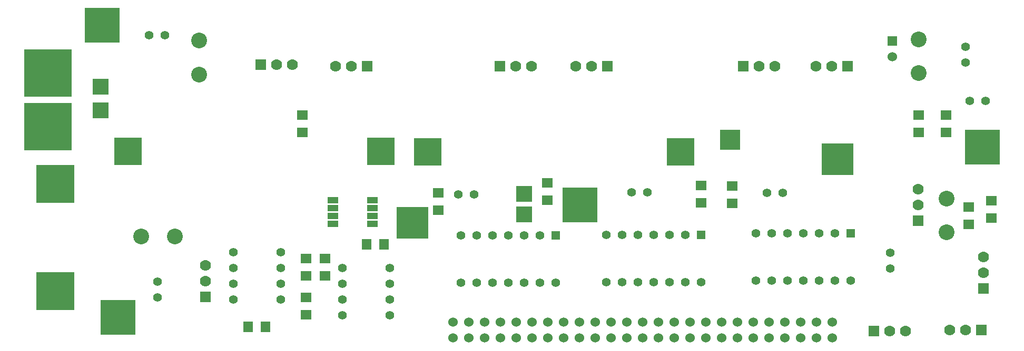
<source format=gbs>
G04 (created by PCBNEW (22-Jun-2014 BZR 4027)-stable) date vie 24 oct 2014 06:28:31 CST*
%MOIN*%
G04 Gerber Fmt 3.4, Leading zero omitted, Abs format*
%FSLAX34Y34*%
G01*
G70*
G90*
G04 APERTURE LIST*
%ADD10C,0.00590551*%
%ADD11R,0.06X0.06*%
%ADD12C,0.06*%
%ADD13R,0.3X0.3*%
%ADD14R,0.24X0.24*%
%ADD15R,0.175X0.175*%
%ADD16R,0.2X0.2*%
%ADD17R,0.125X0.125*%
%ADD18R,0.1X0.1*%
%ADD19R,0.22X0.22*%
%ADD20C,0.055*%
%ADD21R,0.071X0.063*%
%ADD22R,0.063X0.071*%
%ADD23R,0.055X0.055*%
%ADD24C,0.1*%
%ADD25R,0.065X0.04*%
%ADD26C,0.07*%
%ADD27R,0.07X0.07*%
G04 APERTURE END LIST*
G54D10*
G54D11*
X106830Y-54205D03*
G54D12*
X106830Y-55205D03*
G54D13*
X53402Y-59645D03*
X53402Y-56235D03*
G54D14*
X53870Y-63280D03*
X53870Y-70080D03*
G54D15*
X58450Y-61200D03*
X74450Y-61200D03*
X77430Y-61250D03*
X93430Y-61250D03*
G54D16*
X76450Y-65740D03*
G54D17*
X96550Y-60490D03*
G54D16*
X103365Y-61730D03*
G54D18*
X83530Y-65215D03*
X83530Y-63925D03*
G54D19*
X56810Y-53230D03*
X57838Y-71764D03*
X112518Y-60956D03*
G54D20*
X112738Y-58030D03*
X111738Y-58030D03*
X98888Y-63835D03*
X99888Y-63835D03*
X80375Y-63960D03*
X79375Y-63960D03*
X60315Y-70475D03*
X60315Y-69475D03*
X90340Y-63830D03*
X91340Y-63830D03*
X106700Y-67640D03*
X106700Y-68640D03*
X111474Y-54566D03*
X111474Y-55566D03*
X60785Y-53850D03*
X59785Y-53850D03*
G54D21*
X78099Y-64964D03*
X78099Y-63864D03*
X84986Y-64328D03*
X84986Y-63228D03*
X69500Y-58930D03*
X69500Y-60030D03*
X94740Y-64480D03*
X94740Y-63380D03*
G54D22*
X73560Y-67130D03*
X74660Y-67130D03*
G54D21*
X69720Y-71590D03*
X69720Y-70490D03*
X69720Y-68000D03*
X69720Y-69100D03*
X70920Y-68000D03*
X70920Y-69100D03*
X113080Y-64350D03*
X113080Y-65450D03*
X96690Y-64504D03*
X96690Y-63404D03*
X110235Y-60010D03*
X110235Y-58910D03*
X108490Y-58910D03*
X108490Y-60010D03*
X111675Y-64750D03*
X111675Y-65850D03*
G54D22*
X67166Y-72336D03*
X66066Y-72336D03*
G54D20*
X75024Y-68605D03*
X75024Y-69605D03*
X75024Y-70605D03*
X75024Y-71605D03*
X72024Y-71605D03*
X72024Y-70605D03*
X72024Y-69605D03*
X72024Y-68605D03*
X65116Y-67624D03*
X65116Y-68624D03*
X65116Y-69624D03*
X65116Y-70624D03*
X68116Y-70624D03*
X68116Y-69624D03*
X68116Y-68624D03*
X68116Y-67624D03*
G54D23*
X85522Y-66546D03*
G54D20*
X84522Y-66546D03*
X83522Y-66546D03*
X82522Y-66546D03*
X81522Y-66546D03*
X80522Y-66546D03*
X79522Y-66546D03*
X79522Y-69546D03*
X80522Y-69546D03*
X81522Y-69546D03*
X82522Y-69546D03*
X83522Y-69546D03*
X84522Y-69546D03*
X85522Y-69546D03*
G54D23*
X94740Y-66502D03*
G54D20*
X93740Y-66502D03*
X92740Y-66502D03*
X91740Y-66502D03*
X90740Y-66502D03*
X89740Y-66502D03*
X88740Y-66502D03*
X88740Y-69502D03*
X89740Y-69502D03*
X90740Y-69502D03*
X91740Y-69502D03*
X92740Y-69502D03*
X93740Y-69502D03*
X94740Y-69502D03*
G54D23*
X104180Y-66420D03*
G54D20*
X103180Y-66420D03*
X102180Y-66420D03*
X101180Y-66420D03*
X100180Y-66420D03*
X99180Y-66420D03*
X98180Y-66420D03*
X98180Y-69420D03*
X99180Y-69420D03*
X100180Y-69420D03*
X101180Y-69420D03*
X102180Y-69420D03*
X103180Y-69420D03*
X104180Y-69420D03*
G54D12*
X79014Y-73051D03*
X79025Y-72060D03*
X84014Y-73051D03*
X80014Y-72051D03*
X85014Y-73051D03*
X81014Y-72051D03*
X86014Y-73051D03*
X82014Y-72051D03*
X87014Y-73051D03*
X83014Y-72051D03*
X88014Y-73051D03*
X84014Y-72051D03*
X89014Y-73051D03*
X85014Y-72051D03*
X90014Y-73051D03*
X86014Y-72051D03*
X91014Y-73051D03*
X87014Y-72051D03*
X92014Y-73051D03*
X88014Y-72051D03*
X93014Y-73051D03*
X89014Y-72051D03*
X94014Y-73051D03*
X90014Y-72051D03*
X91014Y-72051D03*
X95014Y-73051D03*
X92014Y-72051D03*
X94014Y-72051D03*
X95014Y-72051D03*
X96014Y-72051D03*
X97014Y-72051D03*
X96014Y-73051D03*
X97014Y-73051D03*
X80014Y-73051D03*
X81014Y-73051D03*
X82014Y-73051D03*
X83014Y-73051D03*
X98014Y-73051D03*
X98014Y-72051D03*
X93014Y-72051D03*
X99014Y-73051D03*
X99014Y-72051D03*
X100014Y-73051D03*
X100014Y-72051D03*
X101014Y-73051D03*
X101014Y-72051D03*
X102014Y-73051D03*
X102014Y-72051D03*
X103014Y-73051D03*
X103014Y-72051D03*
G54D24*
X62964Y-54194D03*
X62964Y-56334D03*
X61420Y-66610D03*
X59280Y-66610D03*
X108500Y-54125D03*
X108500Y-56265D03*
X110260Y-66350D03*
X110260Y-64210D03*
G54D18*
X56737Y-58627D03*
X56739Y-57110D03*
G54D25*
X73910Y-65830D03*
X73910Y-65330D03*
X73910Y-64830D03*
X73910Y-64330D03*
X71410Y-64330D03*
X71410Y-64830D03*
X71410Y-65330D03*
X71410Y-65830D03*
G54D10*
G36*
X85945Y-65720D02*
X85945Y-63520D01*
X88145Y-63520D01*
X88145Y-65720D01*
X85945Y-65720D01*
X85945Y-65720D01*
G37*
G54D26*
X71600Y-55800D03*
X72600Y-55800D03*
G54D27*
X73600Y-55800D03*
G54D26*
X68850Y-55700D03*
X67850Y-55700D03*
G54D27*
X66850Y-55700D03*
G54D26*
X99400Y-55800D03*
X98400Y-55800D03*
G54D27*
X97400Y-55800D03*
G54D26*
X84000Y-55800D03*
X83000Y-55800D03*
G54D27*
X82000Y-55800D03*
G54D26*
X102000Y-55800D03*
X103000Y-55800D03*
G54D27*
X104000Y-55800D03*
G54D26*
X86800Y-55800D03*
X87800Y-55800D03*
G54D27*
X88800Y-55800D03*
X108460Y-65600D03*
G54D26*
X108460Y-63600D03*
X108460Y-64600D03*
G54D27*
X112590Y-69925D03*
G54D26*
X112590Y-67925D03*
X112590Y-68925D03*
G54D27*
X105650Y-72600D03*
G54D26*
X107650Y-72600D03*
X106650Y-72600D03*
G54D27*
X112452Y-72556D03*
G54D26*
X110452Y-72556D03*
X111452Y-72556D03*
G54D27*
X63360Y-70465D03*
G54D26*
X63360Y-68465D03*
X63360Y-69465D03*
M02*

</source>
